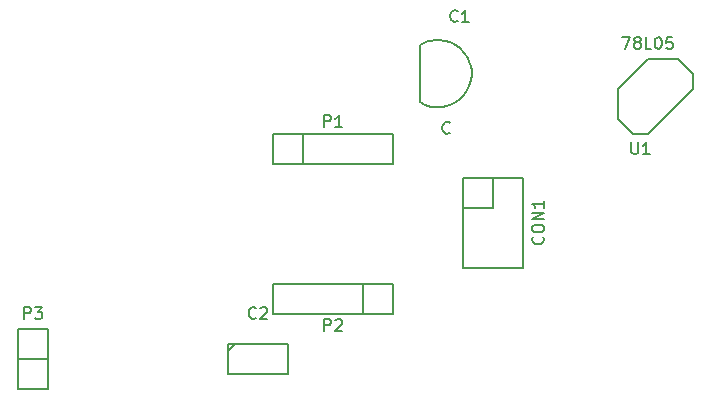
<source format=gbr>
G04 #@! TF.FileFunction,Legend,Top*
%FSLAX46Y46*%
G04 Gerber Fmt 4.6, Leading zero omitted, Abs format (unit mm)*
G04 Created by KiCad (PCBNEW (2014-12-13 BZR 5321)-product) date Mon 15 Dec 2014 20:29:37 SAST*
%MOMM*%
G01*
G04 APERTURE LIST*
%ADD10C,0.100000*%
%ADD11C,0.150000*%
G04 APERTURE END LIST*
D10*
D11*
X163957000Y-71374000D02*
X164084000Y-71755000D01*
X164084000Y-71755000D02*
X164147500Y-72136000D01*
X164147500Y-72136000D02*
X164147500Y-72517000D01*
X164147500Y-72517000D02*
X164084000Y-72961500D01*
X164084000Y-72961500D02*
X163957000Y-73406000D01*
X163957000Y-73406000D02*
X163766500Y-73787000D01*
X163766500Y-73787000D02*
X163512500Y-74168000D01*
X163512500Y-74168000D02*
X163195000Y-74549000D01*
X163195000Y-74549000D02*
X162814000Y-74803000D01*
X162814000Y-74803000D02*
X162496500Y-74993500D01*
X162496500Y-74993500D02*
X162052000Y-75120500D01*
X162052000Y-75120500D02*
X161607500Y-75247500D01*
X161607500Y-75247500D02*
X161036000Y-75247500D01*
X161036000Y-75247500D02*
X160718500Y-75184000D01*
X160718500Y-75184000D02*
X160210500Y-75057000D01*
X160210500Y-75057000D02*
X159766000Y-74803000D01*
X159766000Y-69977000D02*
X160083500Y-69786500D01*
X160083500Y-69786500D02*
X160464500Y-69659500D01*
X160464500Y-69659500D02*
X160718500Y-69596000D01*
X160718500Y-69596000D02*
X161036000Y-69532500D01*
X161036000Y-69532500D02*
X161417000Y-69532500D01*
X161417000Y-69532500D02*
X161861500Y-69596000D01*
X161861500Y-69596000D02*
X162306000Y-69723000D01*
X162306000Y-69723000D02*
X162687000Y-69913500D01*
X162687000Y-69913500D02*
X162877500Y-70040500D01*
X162877500Y-70040500D02*
X163131500Y-70231000D01*
X163131500Y-70231000D02*
X163512500Y-70612000D01*
X163512500Y-70612000D02*
X163830000Y-71056500D01*
X163830000Y-71056500D02*
X163957000Y-71374000D01*
X159766000Y-72390000D02*
X159766000Y-74803000D01*
X159766000Y-72390000D02*
X159766000Y-69977000D01*
X143560800Y-95250000D02*
X148590000Y-95250000D01*
X148590000Y-95250000D02*
X148590000Y-97790000D01*
X148590000Y-97790000D02*
X143510000Y-97790000D01*
X143510000Y-97790000D02*
X143510000Y-95250000D01*
X143510000Y-95885000D02*
X144145000Y-95250000D01*
X166000000Y-81190000D02*
X166000000Y-83730000D01*
X166000000Y-83730000D02*
X163460000Y-83730000D01*
X163460000Y-81190000D02*
X163460000Y-88810000D01*
X163460000Y-88810000D02*
X168540000Y-88810000D01*
X168540000Y-88810000D02*
X168540000Y-83730000D01*
X163460000Y-81190000D02*
X166000000Y-81190000D01*
X168540000Y-81190000D02*
X166000000Y-81190000D01*
X168540000Y-83730000D02*
X168540000Y-81190000D01*
X149860000Y-80010000D02*
X157480000Y-80010000D01*
X149860000Y-77470000D02*
X157480000Y-77470000D01*
X147320000Y-77470000D02*
X149860000Y-77470000D01*
X157480000Y-80010000D02*
X157480000Y-77470000D01*
X149860000Y-77470000D02*
X149860000Y-80010000D01*
X147320000Y-77470000D02*
X147320000Y-80010000D01*
X147320000Y-80010000D02*
X149860000Y-80010000D01*
X154940000Y-90170000D02*
X147320000Y-90170000D01*
X154940000Y-92710000D02*
X147320000Y-92710000D01*
X157480000Y-92710000D02*
X154940000Y-92710000D01*
X147320000Y-90170000D02*
X147320000Y-92710000D01*
X154940000Y-92710000D02*
X154940000Y-90170000D01*
X157480000Y-92710000D02*
X157480000Y-90170000D01*
X157480000Y-90170000D02*
X154940000Y-90170000D01*
X125730000Y-96520000D02*
X125730000Y-99060000D01*
X125730000Y-99060000D02*
X128270000Y-99060000D01*
X128270000Y-99060000D02*
X128270000Y-96520000D01*
X125730000Y-93980000D02*
X125730000Y-96520000D01*
X125730000Y-96520000D02*
X128270000Y-96520000D01*
X128270000Y-96520000D02*
X128270000Y-93980000D01*
X128270000Y-93980000D02*
X125730000Y-93980000D01*
X179070000Y-77470000D02*
X182880000Y-73660000D01*
X182880000Y-73660000D02*
X182880000Y-72390000D01*
X182880000Y-72390000D02*
X181610000Y-71120000D01*
X181610000Y-71120000D02*
X179070000Y-71120000D01*
X179070000Y-71120000D02*
X176530000Y-73660000D01*
X176530000Y-73660000D02*
X176530000Y-76200000D01*
X176530000Y-76200000D02*
X177800000Y-77470000D01*
X177800000Y-77470000D02*
X179070000Y-77470000D01*
X162964834Y-67921143D02*
X162917215Y-67968762D01*
X162774358Y-68016381D01*
X162679120Y-68016381D01*
X162536262Y-67968762D01*
X162441024Y-67873524D01*
X162393405Y-67778286D01*
X162345786Y-67587810D01*
X162345786Y-67444952D01*
X162393405Y-67254476D01*
X162441024Y-67159238D01*
X162536262Y-67064000D01*
X162679120Y-67016381D01*
X162774358Y-67016381D01*
X162917215Y-67064000D01*
X162964834Y-67111619D01*
X163917215Y-68016381D02*
X163345786Y-68016381D01*
X163631500Y-68016381D02*
X163631500Y-67016381D01*
X163536262Y-67159238D01*
X163441024Y-67254476D01*
X163345786Y-67302095D01*
X162298024Y-77382643D02*
X162250405Y-77430262D01*
X162107548Y-77477881D01*
X162012310Y-77477881D01*
X161869452Y-77430262D01*
X161774214Y-77335024D01*
X161726595Y-77239786D01*
X161678976Y-77049310D01*
X161678976Y-76906452D01*
X161726595Y-76715976D01*
X161774214Y-76620738D01*
X161869452Y-76525500D01*
X162012310Y-76477881D01*
X162107548Y-76477881D01*
X162250405Y-76525500D01*
X162298024Y-76573119D01*
X145883334Y-93067143D02*
X145835715Y-93114762D01*
X145692858Y-93162381D01*
X145597620Y-93162381D01*
X145454762Y-93114762D01*
X145359524Y-93019524D01*
X145311905Y-92924286D01*
X145264286Y-92733810D01*
X145264286Y-92590952D01*
X145311905Y-92400476D01*
X145359524Y-92305238D01*
X145454762Y-92210000D01*
X145597620Y-92162381D01*
X145692858Y-92162381D01*
X145835715Y-92210000D01*
X145883334Y-92257619D01*
X146264286Y-92257619D02*
X146311905Y-92210000D01*
X146407143Y-92162381D01*
X146645239Y-92162381D01*
X146740477Y-92210000D01*
X146788096Y-92257619D01*
X146835715Y-92352857D01*
X146835715Y-92448095D01*
X146788096Y-92590952D01*
X146216667Y-93162381D01*
X146835715Y-93162381D01*
X170167143Y-86214285D02*
X170214762Y-86261904D01*
X170262381Y-86404761D01*
X170262381Y-86499999D01*
X170214762Y-86642857D01*
X170119524Y-86738095D01*
X170024286Y-86785714D01*
X169833810Y-86833333D01*
X169690952Y-86833333D01*
X169500476Y-86785714D01*
X169405238Y-86738095D01*
X169310000Y-86642857D01*
X169262381Y-86499999D01*
X169262381Y-86404761D01*
X169310000Y-86261904D01*
X169357619Y-86214285D01*
X169262381Y-85595238D02*
X169262381Y-85404761D01*
X169310000Y-85309523D01*
X169405238Y-85214285D01*
X169595714Y-85166666D01*
X169929048Y-85166666D01*
X170119524Y-85214285D01*
X170214762Y-85309523D01*
X170262381Y-85404761D01*
X170262381Y-85595238D01*
X170214762Y-85690476D01*
X170119524Y-85785714D01*
X169929048Y-85833333D01*
X169595714Y-85833333D01*
X169405238Y-85785714D01*
X169310000Y-85690476D01*
X169262381Y-85595238D01*
X170262381Y-84738095D02*
X169262381Y-84738095D01*
X170262381Y-84166666D01*
X169262381Y-84166666D01*
X170262381Y-83166666D02*
X170262381Y-83738095D01*
X170262381Y-83452381D02*
X169262381Y-83452381D01*
X169405238Y-83547619D01*
X169500476Y-83642857D01*
X169548095Y-83738095D01*
X151661905Y-76906381D02*
X151661905Y-75906381D01*
X152042858Y-75906381D01*
X152138096Y-75954000D01*
X152185715Y-76001619D01*
X152233334Y-76096857D01*
X152233334Y-76239714D01*
X152185715Y-76334952D01*
X152138096Y-76382571D01*
X152042858Y-76430190D01*
X151661905Y-76430190D01*
X153185715Y-76906381D02*
X152614286Y-76906381D01*
X152900000Y-76906381D02*
X152900000Y-75906381D01*
X152804762Y-76049238D01*
X152709524Y-76144476D01*
X152614286Y-76192095D01*
X151661905Y-94178381D02*
X151661905Y-93178381D01*
X152042858Y-93178381D01*
X152138096Y-93226000D01*
X152185715Y-93273619D01*
X152233334Y-93368857D01*
X152233334Y-93511714D01*
X152185715Y-93606952D01*
X152138096Y-93654571D01*
X152042858Y-93702190D01*
X151661905Y-93702190D01*
X152614286Y-93273619D02*
X152661905Y-93226000D01*
X152757143Y-93178381D01*
X152995239Y-93178381D01*
X153090477Y-93226000D01*
X153138096Y-93273619D01*
X153185715Y-93368857D01*
X153185715Y-93464095D01*
X153138096Y-93606952D01*
X152566667Y-94178381D01*
X153185715Y-94178381D01*
X126261905Y-93162381D02*
X126261905Y-92162381D01*
X126642858Y-92162381D01*
X126738096Y-92210000D01*
X126785715Y-92257619D01*
X126833334Y-92352857D01*
X126833334Y-92495714D01*
X126785715Y-92590952D01*
X126738096Y-92638571D01*
X126642858Y-92686190D01*
X126261905Y-92686190D01*
X127166667Y-92162381D02*
X127785715Y-92162381D01*
X127452381Y-92543333D01*
X127595239Y-92543333D01*
X127690477Y-92590952D01*
X127738096Y-92638571D01*
X127785715Y-92733810D01*
X127785715Y-92971905D01*
X127738096Y-93067143D01*
X127690477Y-93114762D01*
X127595239Y-93162381D01*
X127309524Y-93162381D01*
X127214286Y-93114762D01*
X127166667Y-93067143D01*
X177673095Y-78192381D02*
X177673095Y-79001905D01*
X177720714Y-79097143D01*
X177768333Y-79144762D01*
X177863571Y-79192381D01*
X178054048Y-79192381D01*
X178149286Y-79144762D01*
X178196905Y-79097143D01*
X178244524Y-79001905D01*
X178244524Y-78192381D01*
X179244524Y-79192381D02*
X178673095Y-79192381D01*
X178958809Y-79192381D02*
X178958809Y-78192381D01*
X178863571Y-78335238D01*
X178768333Y-78430476D01*
X178673095Y-78478095D01*
X176903333Y-69302381D02*
X177570000Y-69302381D01*
X177141428Y-70302381D01*
X178093809Y-69730952D02*
X177998571Y-69683333D01*
X177950952Y-69635714D01*
X177903333Y-69540476D01*
X177903333Y-69492857D01*
X177950952Y-69397619D01*
X177998571Y-69350000D01*
X178093809Y-69302381D01*
X178284286Y-69302381D01*
X178379524Y-69350000D01*
X178427143Y-69397619D01*
X178474762Y-69492857D01*
X178474762Y-69540476D01*
X178427143Y-69635714D01*
X178379524Y-69683333D01*
X178284286Y-69730952D01*
X178093809Y-69730952D01*
X177998571Y-69778571D01*
X177950952Y-69826190D01*
X177903333Y-69921429D01*
X177903333Y-70111905D01*
X177950952Y-70207143D01*
X177998571Y-70254762D01*
X178093809Y-70302381D01*
X178284286Y-70302381D01*
X178379524Y-70254762D01*
X178427143Y-70207143D01*
X178474762Y-70111905D01*
X178474762Y-69921429D01*
X178427143Y-69826190D01*
X178379524Y-69778571D01*
X178284286Y-69730952D01*
X179379524Y-70302381D02*
X178903333Y-70302381D01*
X178903333Y-69302381D01*
X179903333Y-69302381D02*
X179998572Y-69302381D01*
X180093810Y-69350000D01*
X180141429Y-69397619D01*
X180189048Y-69492857D01*
X180236667Y-69683333D01*
X180236667Y-69921429D01*
X180189048Y-70111905D01*
X180141429Y-70207143D01*
X180093810Y-70254762D01*
X179998572Y-70302381D01*
X179903333Y-70302381D01*
X179808095Y-70254762D01*
X179760476Y-70207143D01*
X179712857Y-70111905D01*
X179665238Y-69921429D01*
X179665238Y-69683333D01*
X179712857Y-69492857D01*
X179760476Y-69397619D01*
X179808095Y-69350000D01*
X179903333Y-69302381D01*
X181141429Y-69302381D02*
X180665238Y-69302381D01*
X180617619Y-69778571D01*
X180665238Y-69730952D01*
X180760476Y-69683333D01*
X180998572Y-69683333D01*
X181093810Y-69730952D01*
X181141429Y-69778571D01*
X181189048Y-69873810D01*
X181189048Y-70111905D01*
X181141429Y-70207143D01*
X181093810Y-70254762D01*
X180998572Y-70302381D01*
X180760476Y-70302381D01*
X180665238Y-70254762D01*
X180617619Y-70207143D01*
M02*

</source>
